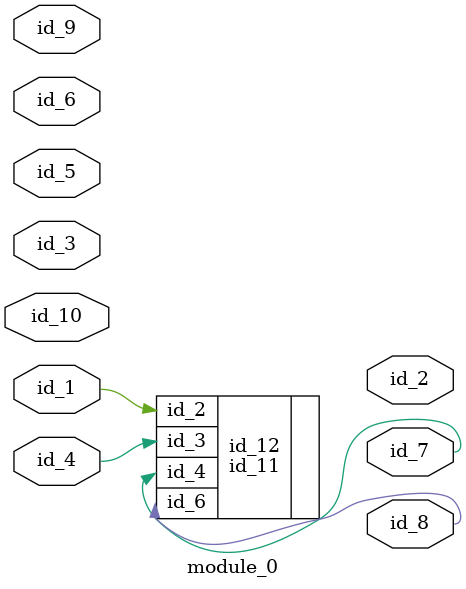
<source format=v>
`define pp_1 0
module module_0 (
    id_1,
    id_2,
    id_3,
    id_4,
    id_5,
    id_6,
    id_7,
    id_8,
    id_9,
    id_10
);
  input id_10;
  input id_9;
  output id_8;
  output id_7;
  input id_6;
  input id_5;
  input id_4;
  input id_3;
  output id_2;
  input id_1;
  id_11 id_12 (
      .id_3(id_4),
      .id_6(id_8),
      .id_4(id_7),
      .id_2(id_1)
  );
endmodule

</source>
